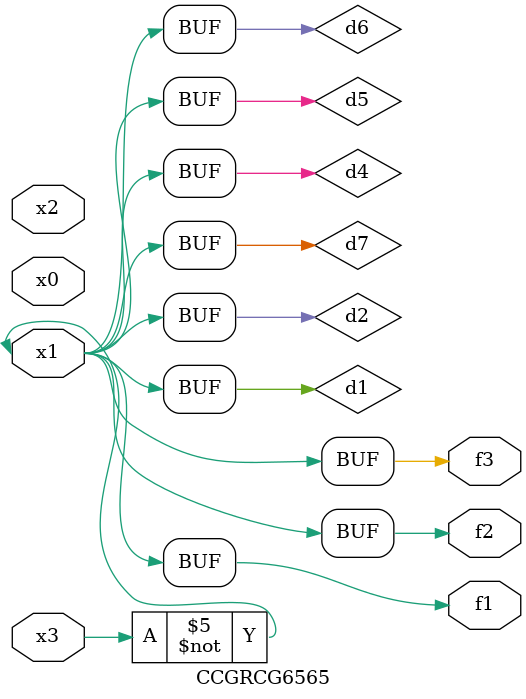
<source format=v>
module CCGRCG6565(
	input x0, x1, x2, x3,
	output f1, f2, f3
);

	wire d1, d2, d3, d4, d5, d6, d7;

	not (d1, x3);
	buf (d2, x1);
	xnor (d3, d1, d2);
	nor (d4, d1);
	buf (d5, d1, d2);
	buf (d6, d4, d5);
	nand (d7, d4);
	assign f1 = d6;
	assign f2 = d7;
	assign f3 = d6;
endmodule

</source>
